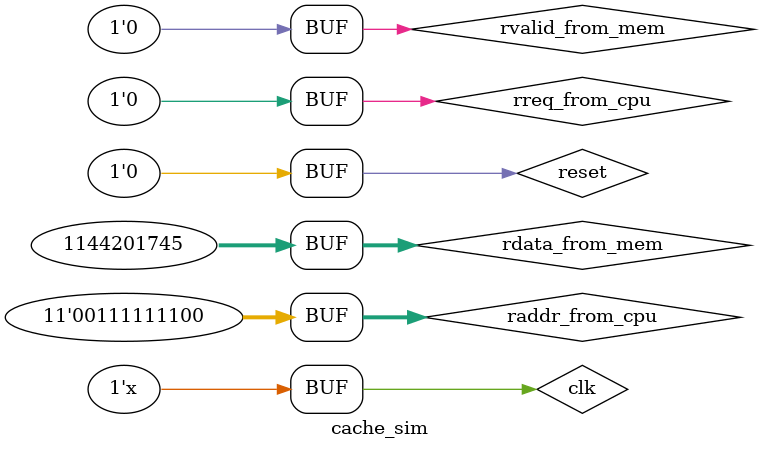
<source format=v>
`timescale 1ns / 1ps


module cache_sim(

    );
    reg clk=0;
    reg reset=0;
    reg [10:0] raddr_from_cpu;     // CPUíµÄ¶ÁµØÖ·
    reg rreq_from_cpu;           // CPUÀ´µÄ¶ÁÇëÇó
    // ´ÓÏÂ²ãÄÚ´æÄ£¿éÀ´µÄÐÅºÅ
    reg [31:0] rdata_from_mem;     // ÄÚ´æ¶ÁÈ¡µÄÊý¾Ý
    reg rvalid_from_mem;          // ÄÚ´æ¶ÁÈ¡Êý¾Ý¿ÉÓÃ±êÖ¾
    reg wait_data_from_mem;
    // Êä³ö¸øCPUµÄÐÅºÅ
    wire [7:0] rdata_to_cpu;     // Êä³ö¸øCPUµÄÊý¾Ý
    wire hit_to_cpu;              // Êä³ö¸øCPUµÄÃüÖÐ±êÖ¾
    // Êä³ö¸øÏÂ²ãÄÚ´æÄ£¿éµÄÐÅºÅ
    wire rreq_to_mem;         // Êä³ö¸øÏÂ²ãÄÚ´æÄ£¿éµÄ¶ÁÇëÇó
    wire [10:0] raddr_to_mem; // Êä³ö¸øÏÂ²ãÄ£¿éµÄÊ×µØÖ·
    
    wire [2:0] currentstate;
    wire [2:0] nextstate;
    wire [35:0] ram_din;
    wire [35:0] ram_dout;
    wire [0:0] ram_wea;
    wire [2:0] cache_tag;
    wire cache_valid;
    always begin
    #1 clk=~clk;
    end
    cache U_cache_0(.clk(clk),.reset(reset),.raddr_from_cpu(raddr_from_cpu),.rreq_from_cpu(rreq_from_cpu),.rdata_from_mem(rdata_from_mem),
    .rvalid_from_mem(rvalid_from_mem),.wait_data_from_mem(wait_data_from_mem),.rdata_to_cpu(rdata_to_cpu),
    .hit_to_cpu(hit_to_cpu),.rreq_to_mem(rreq_to_mem),.raddr_to_mem(raddr_to_mem),.currentstate(currentstate),.nextstate(nextstate),
    .ram_din(ram_din),.ram_dout(ram_dout),.ram_wea(ram_wea),.cache_tag(cache_tag),.cache_valid(cache_valid));
    initial begin
    #1 reset=1;
    #5 reset=0;
    #5 begin rreq_from_cpu=1;raddr_from_cpu=11'b01_1111_1111;end
    #10 rreq_from_cpu=0;
    #5 rdata_from_mem=32'h44332211;
    #5 rvalid_from_mem=1;
    #5 rvalid_from_mem=0;
    #50 begin rreq_from_cpu=1;raddr_from_cpu=11'b01_1111_1100;end
    #10 rreq_from_cpu=0;
    end
endmodule

</source>
